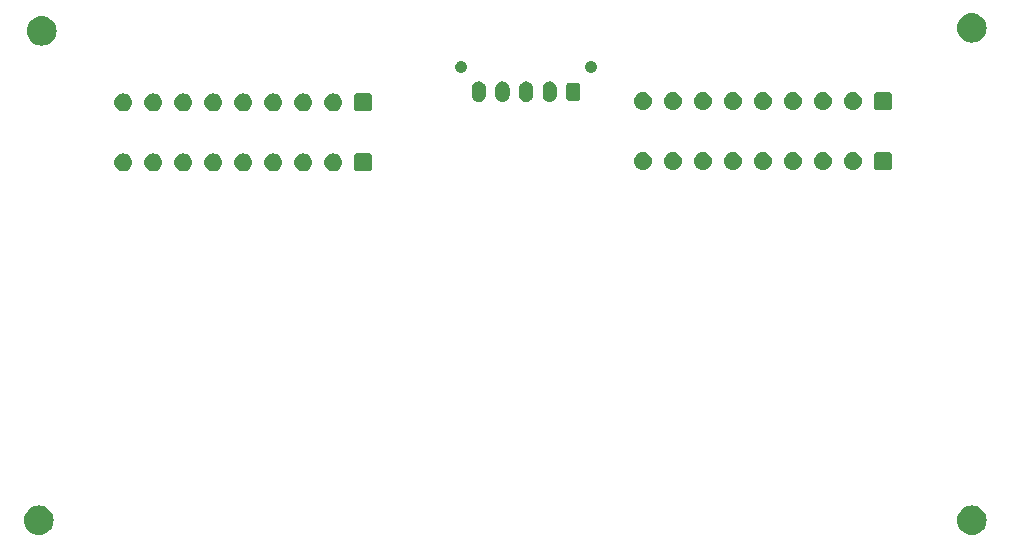
<source format=gbs>
G04 #@! TF.GenerationSoftware,KiCad,Pcbnew,8.0.8*
G04 #@! TF.CreationDate,2025-01-20T22:51:14+09:00*
G04 #@! TF.ProjectId,house_controller_multiplex_breakout_board_v0.1.0,686f7573-655f-4636-9f6e-74726f6c6c65,rev?*
G04 #@! TF.SameCoordinates,Original*
G04 #@! TF.FileFunction,Soldermask,Bot*
G04 #@! TF.FilePolarity,Negative*
%FSLAX46Y46*%
G04 Gerber Fmt 4.6, Leading zero omitted, Abs format (unit mm)*
G04 Created by KiCad (PCBNEW 8.0.8) date 2025-01-20 22:51:14*
%MOMM*%
%LPD*%
G01*
G04 APERTURE LIST*
G04 APERTURE END LIST*
G36*
X65217060Y-101447670D02*
G01*
X65427525Y-101504064D01*
X65625000Y-101596148D01*
X65803485Y-101721124D01*
X65957556Y-101875195D01*
X66082532Y-102053680D01*
X66174616Y-102251155D01*
X66231010Y-102461620D01*
X66250000Y-102678680D01*
X66231010Y-102895740D01*
X66174616Y-103106205D01*
X66082532Y-103303680D01*
X65957556Y-103482165D01*
X65803485Y-103636236D01*
X65625000Y-103761212D01*
X65427525Y-103853296D01*
X65217060Y-103909690D01*
X65000000Y-103928680D01*
X64782940Y-103909690D01*
X64572475Y-103853296D01*
X64375000Y-103761212D01*
X64196515Y-103636236D01*
X64042444Y-103482165D01*
X63917468Y-103303680D01*
X63825384Y-103106205D01*
X63768990Y-102895740D01*
X63750000Y-102678680D01*
X63768990Y-102461620D01*
X63825384Y-102251155D01*
X63917468Y-102053680D01*
X64042444Y-101875195D01*
X64196515Y-101721124D01*
X64375000Y-101596148D01*
X64572475Y-101504064D01*
X64782940Y-101447670D01*
X65000000Y-101428680D01*
X65217060Y-101447670D01*
G37*
G36*
X144217060Y-101447670D02*
G01*
X144427525Y-101504064D01*
X144625000Y-101596148D01*
X144803485Y-101721124D01*
X144957556Y-101875195D01*
X145082532Y-102053680D01*
X145174616Y-102251155D01*
X145231010Y-102461620D01*
X145250000Y-102678680D01*
X145231010Y-102895740D01*
X145174616Y-103106205D01*
X145082532Y-103303680D01*
X144957556Y-103482165D01*
X144803485Y-103636236D01*
X144625000Y-103761212D01*
X144427525Y-103853296D01*
X144217060Y-103909690D01*
X144000000Y-103928680D01*
X143782940Y-103909690D01*
X143572475Y-103853296D01*
X143375000Y-103761212D01*
X143196515Y-103636236D01*
X143042444Y-103482165D01*
X142917468Y-103303680D01*
X142825384Y-103106205D01*
X142768990Y-102895740D01*
X142750000Y-102678680D01*
X142768990Y-102461620D01*
X142825384Y-102251155D01*
X142917468Y-102053680D01*
X143042444Y-101875195D01*
X143196515Y-101721124D01*
X143375000Y-101596148D01*
X143572475Y-101504064D01*
X143782940Y-101447670D01*
X144000000Y-101428680D01*
X144217060Y-101447670D01*
G37*
G36*
X72309561Y-71644605D02*
G01*
X72470619Y-71700962D01*
X72615099Y-71791744D01*
X72735756Y-71912401D01*
X72826538Y-72056881D01*
X72882895Y-72217939D01*
X72902000Y-72387500D01*
X72882895Y-72557061D01*
X72826538Y-72718119D01*
X72735756Y-72862599D01*
X72615099Y-72983256D01*
X72470619Y-73074038D01*
X72309561Y-73130395D01*
X72140000Y-73149500D01*
X71970439Y-73130395D01*
X71809381Y-73074038D01*
X71664901Y-72983256D01*
X71544244Y-72862599D01*
X71453462Y-72718119D01*
X71397105Y-72557061D01*
X71378000Y-72387500D01*
X71397105Y-72217939D01*
X71453462Y-72056881D01*
X71544244Y-71912401D01*
X71664901Y-71791744D01*
X71809381Y-71700962D01*
X71970439Y-71644605D01*
X72140000Y-71625500D01*
X72309561Y-71644605D01*
G37*
G36*
X74849561Y-71644605D02*
G01*
X75010619Y-71700962D01*
X75155099Y-71791744D01*
X75275756Y-71912401D01*
X75366538Y-72056881D01*
X75422895Y-72217939D01*
X75442000Y-72387500D01*
X75422895Y-72557061D01*
X75366538Y-72718119D01*
X75275756Y-72862599D01*
X75155099Y-72983256D01*
X75010619Y-73074038D01*
X74849561Y-73130395D01*
X74680000Y-73149500D01*
X74510439Y-73130395D01*
X74349381Y-73074038D01*
X74204901Y-72983256D01*
X74084244Y-72862599D01*
X73993462Y-72718119D01*
X73937105Y-72557061D01*
X73918000Y-72387500D01*
X73937105Y-72217939D01*
X73993462Y-72056881D01*
X74084244Y-71912401D01*
X74204901Y-71791744D01*
X74349381Y-71700962D01*
X74510439Y-71644605D01*
X74680000Y-71625500D01*
X74849561Y-71644605D01*
G37*
G36*
X77389561Y-71644605D02*
G01*
X77550619Y-71700962D01*
X77695099Y-71791744D01*
X77815756Y-71912401D01*
X77906538Y-72056881D01*
X77962895Y-72217939D01*
X77982000Y-72387500D01*
X77962895Y-72557061D01*
X77906538Y-72718119D01*
X77815756Y-72862599D01*
X77695099Y-72983256D01*
X77550619Y-73074038D01*
X77389561Y-73130395D01*
X77220000Y-73149500D01*
X77050439Y-73130395D01*
X76889381Y-73074038D01*
X76744901Y-72983256D01*
X76624244Y-72862599D01*
X76533462Y-72718119D01*
X76477105Y-72557061D01*
X76458000Y-72387500D01*
X76477105Y-72217939D01*
X76533462Y-72056881D01*
X76624244Y-71912401D01*
X76744901Y-71791744D01*
X76889381Y-71700962D01*
X77050439Y-71644605D01*
X77220000Y-71625500D01*
X77389561Y-71644605D01*
G37*
G36*
X79929561Y-71644605D02*
G01*
X80090619Y-71700962D01*
X80235099Y-71791744D01*
X80355756Y-71912401D01*
X80446538Y-72056881D01*
X80502895Y-72217939D01*
X80522000Y-72387500D01*
X80502895Y-72557061D01*
X80446538Y-72718119D01*
X80355756Y-72862599D01*
X80235099Y-72983256D01*
X80090619Y-73074038D01*
X79929561Y-73130395D01*
X79760000Y-73149500D01*
X79590439Y-73130395D01*
X79429381Y-73074038D01*
X79284901Y-72983256D01*
X79164244Y-72862599D01*
X79073462Y-72718119D01*
X79017105Y-72557061D01*
X78998000Y-72387500D01*
X79017105Y-72217939D01*
X79073462Y-72056881D01*
X79164244Y-71912401D01*
X79284901Y-71791744D01*
X79429381Y-71700962D01*
X79590439Y-71644605D01*
X79760000Y-71625500D01*
X79929561Y-71644605D01*
G37*
G36*
X82469561Y-71644605D02*
G01*
X82630619Y-71700962D01*
X82775099Y-71791744D01*
X82895756Y-71912401D01*
X82986538Y-72056881D01*
X83042895Y-72217939D01*
X83062000Y-72387500D01*
X83042895Y-72557061D01*
X82986538Y-72718119D01*
X82895756Y-72862599D01*
X82775099Y-72983256D01*
X82630619Y-73074038D01*
X82469561Y-73130395D01*
X82300000Y-73149500D01*
X82130439Y-73130395D01*
X81969381Y-73074038D01*
X81824901Y-72983256D01*
X81704244Y-72862599D01*
X81613462Y-72718119D01*
X81557105Y-72557061D01*
X81538000Y-72387500D01*
X81557105Y-72217939D01*
X81613462Y-72056881D01*
X81704244Y-71912401D01*
X81824901Y-71791744D01*
X81969381Y-71700962D01*
X82130439Y-71644605D01*
X82300000Y-71625500D01*
X82469561Y-71644605D01*
G37*
G36*
X85009561Y-71644605D02*
G01*
X85170619Y-71700962D01*
X85315099Y-71791744D01*
X85435756Y-71912401D01*
X85526538Y-72056881D01*
X85582895Y-72217939D01*
X85602000Y-72387500D01*
X85582895Y-72557061D01*
X85526538Y-72718119D01*
X85435756Y-72862599D01*
X85315099Y-72983256D01*
X85170619Y-73074038D01*
X85009561Y-73130395D01*
X84840000Y-73149500D01*
X84670439Y-73130395D01*
X84509381Y-73074038D01*
X84364901Y-72983256D01*
X84244244Y-72862599D01*
X84153462Y-72718119D01*
X84097105Y-72557061D01*
X84078000Y-72387500D01*
X84097105Y-72217939D01*
X84153462Y-72056881D01*
X84244244Y-71912401D01*
X84364901Y-71791744D01*
X84509381Y-71700962D01*
X84670439Y-71644605D01*
X84840000Y-71625500D01*
X85009561Y-71644605D01*
G37*
G36*
X87549561Y-71644605D02*
G01*
X87710619Y-71700962D01*
X87855099Y-71791744D01*
X87975756Y-71912401D01*
X88066538Y-72056881D01*
X88122895Y-72217939D01*
X88142000Y-72387500D01*
X88122895Y-72557061D01*
X88066538Y-72718119D01*
X87975756Y-72862599D01*
X87855099Y-72983256D01*
X87710619Y-73074038D01*
X87549561Y-73130395D01*
X87380000Y-73149500D01*
X87210439Y-73130395D01*
X87049381Y-73074038D01*
X86904901Y-72983256D01*
X86784244Y-72862599D01*
X86693462Y-72718119D01*
X86637105Y-72557061D01*
X86618000Y-72387500D01*
X86637105Y-72217939D01*
X86693462Y-72056881D01*
X86784244Y-71912401D01*
X86904901Y-71791744D01*
X87049381Y-71700962D01*
X87210439Y-71644605D01*
X87380000Y-71625500D01*
X87549561Y-71644605D01*
G37*
G36*
X90089561Y-71644605D02*
G01*
X90250619Y-71700962D01*
X90395099Y-71791744D01*
X90515756Y-71912401D01*
X90606538Y-72056881D01*
X90662895Y-72217939D01*
X90682000Y-72387500D01*
X90662895Y-72557061D01*
X90606538Y-72718119D01*
X90515756Y-72862599D01*
X90395099Y-72983256D01*
X90250619Y-73074038D01*
X90089561Y-73130395D01*
X89920000Y-73149500D01*
X89750439Y-73130395D01*
X89589381Y-73074038D01*
X89444901Y-72983256D01*
X89324244Y-72862599D01*
X89233462Y-72718119D01*
X89177105Y-72557061D01*
X89158000Y-72387500D01*
X89177105Y-72217939D01*
X89233462Y-72056881D01*
X89324244Y-71912401D01*
X89444901Y-71791744D01*
X89589381Y-71700962D01*
X89750439Y-71644605D01*
X89920000Y-71625500D01*
X90089561Y-71644605D01*
G37*
G36*
X92976850Y-71626464D02*
G01*
X93027040Y-71632287D01*
X93044189Y-71639859D01*
X93067671Y-71644530D01*
X93092810Y-71661327D01*
X93112696Y-71670108D01*
X93126277Y-71683689D01*
X93148777Y-71698723D01*
X93163810Y-71721222D01*
X93177391Y-71734803D01*
X93186170Y-71754686D01*
X93202970Y-71779829D01*
X93207641Y-71803312D01*
X93215212Y-71820459D01*
X93221033Y-71870639D01*
X93222000Y-71875500D01*
X93222000Y-72899500D01*
X93221032Y-72904363D01*
X93215212Y-72954540D01*
X93207641Y-72971685D01*
X93202970Y-72995171D01*
X93186169Y-73020315D01*
X93177391Y-73040196D01*
X93163812Y-73053774D01*
X93148777Y-73076277D01*
X93126274Y-73091312D01*
X93112696Y-73104891D01*
X93092815Y-73113669D01*
X93067671Y-73130470D01*
X93044185Y-73135141D01*
X93027040Y-73142712D01*
X92976861Y-73148532D01*
X92972000Y-73149500D01*
X91948000Y-73149500D01*
X91943138Y-73148532D01*
X91892959Y-73142712D01*
X91875812Y-73135141D01*
X91852329Y-73130470D01*
X91827186Y-73113670D01*
X91807303Y-73104891D01*
X91793722Y-73091310D01*
X91771223Y-73076277D01*
X91756189Y-73053777D01*
X91742608Y-73040196D01*
X91733827Y-73020310D01*
X91717030Y-72995171D01*
X91712359Y-72971689D01*
X91704787Y-72954540D01*
X91698964Y-72904349D01*
X91698000Y-72899500D01*
X91698000Y-71875500D01*
X91698964Y-71870650D01*
X91704787Y-71820459D01*
X91712359Y-71803308D01*
X91717030Y-71779829D01*
X91733826Y-71754691D01*
X91742608Y-71734803D01*
X91756191Y-71721219D01*
X91771223Y-71698723D01*
X91793719Y-71683691D01*
X91807303Y-71670108D01*
X91827191Y-71661326D01*
X91852329Y-71644530D01*
X91875808Y-71639859D01*
X91892959Y-71632287D01*
X91943151Y-71626464D01*
X91948000Y-71625500D01*
X92972000Y-71625500D01*
X92976850Y-71626464D01*
G37*
G36*
X116309561Y-71544605D02*
G01*
X116470619Y-71600962D01*
X116615099Y-71691744D01*
X116735756Y-71812401D01*
X116826538Y-71956881D01*
X116882895Y-72117939D01*
X116902000Y-72287500D01*
X116882895Y-72457061D01*
X116826538Y-72618119D01*
X116735756Y-72762599D01*
X116615099Y-72883256D01*
X116470619Y-72974038D01*
X116309561Y-73030395D01*
X116140000Y-73049500D01*
X115970439Y-73030395D01*
X115809381Y-72974038D01*
X115664901Y-72883256D01*
X115544244Y-72762599D01*
X115453462Y-72618119D01*
X115397105Y-72457061D01*
X115378000Y-72287500D01*
X115397105Y-72117939D01*
X115453462Y-71956881D01*
X115544244Y-71812401D01*
X115664901Y-71691744D01*
X115809381Y-71600962D01*
X115970439Y-71544605D01*
X116140000Y-71525500D01*
X116309561Y-71544605D01*
G37*
G36*
X118849561Y-71544605D02*
G01*
X119010619Y-71600962D01*
X119155099Y-71691744D01*
X119275756Y-71812401D01*
X119366538Y-71956881D01*
X119422895Y-72117939D01*
X119442000Y-72287500D01*
X119422895Y-72457061D01*
X119366538Y-72618119D01*
X119275756Y-72762599D01*
X119155099Y-72883256D01*
X119010619Y-72974038D01*
X118849561Y-73030395D01*
X118680000Y-73049500D01*
X118510439Y-73030395D01*
X118349381Y-72974038D01*
X118204901Y-72883256D01*
X118084244Y-72762599D01*
X117993462Y-72618119D01*
X117937105Y-72457061D01*
X117918000Y-72287500D01*
X117937105Y-72117939D01*
X117993462Y-71956881D01*
X118084244Y-71812401D01*
X118204901Y-71691744D01*
X118349381Y-71600962D01*
X118510439Y-71544605D01*
X118680000Y-71525500D01*
X118849561Y-71544605D01*
G37*
G36*
X121389561Y-71544605D02*
G01*
X121550619Y-71600962D01*
X121695099Y-71691744D01*
X121815756Y-71812401D01*
X121906538Y-71956881D01*
X121962895Y-72117939D01*
X121982000Y-72287500D01*
X121962895Y-72457061D01*
X121906538Y-72618119D01*
X121815756Y-72762599D01*
X121695099Y-72883256D01*
X121550619Y-72974038D01*
X121389561Y-73030395D01*
X121220000Y-73049500D01*
X121050439Y-73030395D01*
X120889381Y-72974038D01*
X120744901Y-72883256D01*
X120624244Y-72762599D01*
X120533462Y-72618119D01*
X120477105Y-72457061D01*
X120458000Y-72287500D01*
X120477105Y-72117939D01*
X120533462Y-71956881D01*
X120624244Y-71812401D01*
X120744901Y-71691744D01*
X120889381Y-71600962D01*
X121050439Y-71544605D01*
X121220000Y-71525500D01*
X121389561Y-71544605D01*
G37*
G36*
X123929561Y-71544605D02*
G01*
X124090619Y-71600962D01*
X124235099Y-71691744D01*
X124355756Y-71812401D01*
X124446538Y-71956881D01*
X124502895Y-72117939D01*
X124522000Y-72287500D01*
X124502895Y-72457061D01*
X124446538Y-72618119D01*
X124355756Y-72762599D01*
X124235099Y-72883256D01*
X124090619Y-72974038D01*
X123929561Y-73030395D01*
X123760000Y-73049500D01*
X123590439Y-73030395D01*
X123429381Y-72974038D01*
X123284901Y-72883256D01*
X123164244Y-72762599D01*
X123073462Y-72618119D01*
X123017105Y-72457061D01*
X122998000Y-72287500D01*
X123017105Y-72117939D01*
X123073462Y-71956881D01*
X123164244Y-71812401D01*
X123284901Y-71691744D01*
X123429381Y-71600962D01*
X123590439Y-71544605D01*
X123760000Y-71525500D01*
X123929561Y-71544605D01*
G37*
G36*
X126469561Y-71544605D02*
G01*
X126630619Y-71600962D01*
X126775099Y-71691744D01*
X126895756Y-71812401D01*
X126986538Y-71956881D01*
X127042895Y-72117939D01*
X127062000Y-72287500D01*
X127042895Y-72457061D01*
X126986538Y-72618119D01*
X126895756Y-72762599D01*
X126775099Y-72883256D01*
X126630619Y-72974038D01*
X126469561Y-73030395D01*
X126300000Y-73049500D01*
X126130439Y-73030395D01*
X125969381Y-72974038D01*
X125824901Y-72883256D01*
X125704244Y-72762599D01*
X125613462Y-72618119D01*
X125557105Y-72457061D01*
X125538000Y-72287500D01*
X125557105Y-72117939D01*
X125613462Y-71956881D01*
X125704244Y-71812401D01*
X125824901Y-71691744D01*
X125969381Y-71600962D01*
X126130439Y-71544605D01*
X126300000Y-71525500D01*
X126469561Y-71544605D01*
G37*
G36*
X129009561Y-71544605D02*
G01*
X129170619Y-71600962D01*
X129315099Y-71691744D01*
X129435756Y-71812401D01*
X129526538Y-71956881D01*
X129582895Y-72117939D01*
X129602000Y-72287500D01*
X129582895Y-72457061D01*
X129526538Y-72618119D01*
X129435756Y-72762599D01*
X129315099Y-72883256D01*
X129170619Y-72974038D01*
X129009561Y-73030395D01*
X128840000Y-73049500D01*
X128670439Y-73030395D01*
X128509381Y-72974038D01*
X128364901Y-72883256D01*
X128244244Y-72762599D01*
X128153462Y-72618119D01*
X128097105Y-72457061D01*
X128078000Y-72287500D01*
X128097105Y-72117939D01*
X128153462Y-71956881D01*
X128244244Y-71812401D01*
X128364901Y-71691744D01*
X128509381Y-71600962D01*
X128670439Y-71544605D01*
X128840000Y-71525500D01*
X129009561Y-71544605D01*
G37*
G36*
X131549561Y-71544605D02*
G01*
X131710619Y-71600962D01*
X131855099Y-71691744D01*
X131975756Y-71812401D01*
X132066538Y-71956881D01*
X132122895Y-72117939D01*
X132142000Y-72287500D01*
X132122895Y-72457061D01*
X132066538Y-72618119D01*
X131975756Y-72762599D01*
X131855099Y-72883256D01*
X131710619Y-72974038D01*
X131549561Y-73030395D01*
X131380000Y-73049500D01*
X131210439Y-73030395D01*
X131049381Y-72974038D01*
X130904901Y-72883256D01*
X130784244Y-72762599D01*
X130693462Y-72618119D01*
X130637105Y-72457061D01*
X130618000Y-72287500D01*
X130637105Y-72117939D01*
X130693462Y-71956881D01*
X130784244Y-71812401D01*
X130904901Y-71691744D01*
X131049381Y-71600962D01*
X131210439Y-71544605D01*
X131380000Y-71525500D01*
X131549561Y-71544605D01*
G37*
G36*
X134089561Y-71544605D02*
G01*
X134250619Y-71600962D01*
X134395099Y-71691744D01*
X134515756Y-71812401D01*
X134606538Y-71956881D01*
X134662895Y-72117939D01*
X134682000Y-72287500D01*
X134662895Y-72457061D01*
X134606538Y-72618119D01*
X134515756Y-72762599D01*
X134395099Y-72883256D01*
X134250619Y-72974038D01*
X134089561Y-73030395D01*
X133920000Y-73049500D01*
X133750439Y-73030395D01*
X133589381Y-72974038D01*
X133444901Y-72883256D01*
X133324244Y-72762599D01*
X133233462Y-72618119D01*
X133177105Y-72457061D01*
X133158000Y-72287500D01*
X133177105Y-72117939D01*
X133233462Y-71956881D01*
X133324244Y-71812401D01*
X133444901Y-71691744D01*
X133589381Y-71600962D01*
X133750439Y-71544605D01*
X133920000Y-71525500D01*
X134089561Y-71544605D01*
G37*
G36*
X136976850Y-71526464D02*
G01*
X137027040Y-71532287D01*
X137044189Y-71539859D01*
X137067671Y-71544530D01*
X137092810Y-71561327D01*
X137112696Y-71570108D01*
X137126277Y-71583689D01*
X137148777Y-71598723D01*
X137163810Y-71621222D01*
X137177391Y-71634803D01*
X137186170Y-71654686D01*
X137202970Y-71679829D01*
X137207641Y-71703312D01*
X137215212Y-71720459D01*
X137221033Y-71770639D01*
X137222000Y-71775500D01*
X137222000Y-72799500D01*
X137221032Y-72804363D01*
X137215212Y-72854540D01*
X137207641Y-72871685D01*
X137202970Y-72895171D01*
X137186169Y-72920315D01*
X137177391Y-72940196D01*
X137163812Y-72953774D01*
X137148777Y-72976277D01*
X137126274Y-72991312D01*
X137112696Y-73004891D01*
X137092815Y-73013669D01*
X137067671Y-73030470D01*
X137044185Y-73035141D01*
X137027040Y-73042712D01*
X136976861Y-73048532D01*
X136972000Y-73049500D01*
X135948000Y-73049500D01*
X135943138Y-73048532D01*
X135892959Y-73042712D01*
X135875812Y-73035141D01*
X135852329Y-73030470D01*
X135827186Y-73013670D01*
X135807303Y-73004891D01*
X135793722Y-72991310D01*
X135771223Y-72976277D01*
X135756189Y-72953777D01*
X135742608Y-72940196D01*
X135733827Y-72920310D01*
X135717030Y-72895171D01*
X135712359Y-72871689D01*
X135704787Y-72854540D01*
X135698964Y-72804349D01*
X135698000Y-72799500D01*
X135698000Y-71775500D01*
X135698964Y-71770650D01*
X135704787Y-71720459D01*
X135712359Y-71703308D01*
X135717030Y-71679829D01*
X135733826Y-71654691D01*
X135742608Y-71634803D01*
X135756191Y-71621219D01*
X135771223Y-71598723D01*
X135793719Y-71583691D01*
X135807303Y-71570108D01*
X135827191Y-71561326D01*
X135852329Y-71544530D01*
X135875808Y-71539859D01*
X135892959Y-71532287D01*
X135943151Y-71526464D01*
X135948000Y-71525500D01*
X136972000Y-71525500D01*
X136976850Y-71526464D01*
G37*
G36*
X72309561Y-66564605D02*
G01*
X72470619Y-66620962D01*
X72615099Y-66711744D01*
X72735756Y-66832401D01*
X72826538Y-66976881D01*
X72882895Y-67137939D01*
X72902000Y-67307500D01*
X72882895Y-67477061D01*
X72826538Y-67638119D01*
X72735756Y-67782599D01*
X72615099Y-67903256D01*
X72470619Y-67994038D01*
X72309561Y-68050395D01*
X72140000Y-68069500D01*
X71970439Y-68050395D01*
X71809381Y-67994038D01*
X71664901Y-67903256D01*
X71544244Y-67782599D01*
X71453462Y-67638119D01*
X71397105Y-67477061D01*
X71378000Y-67307500D01*
X71397105Y-67137939D01*
X71453462Y-66976881D01*
X71544244Y-66832401D01*
X71664901Y-66711744D01*
X71809381Y-66620962D01*
X71970439Y-66564605D01*
X72140000Y-66545500D01*
X72309561Y-66564605D01*
G37*
G36*
X74849561Y-66564605D02*
G01*
X75010619Y-66620962D01*
X75155099Y-66711744D01*
X75275756Y-66832401D01*
X75366538Y-66976881D01*
X75422895Y-67137939D01*
X75442000Y-67307500D01*
X75422895Y-67477061D01*
X75366538Y-67638119D01*
X75275756Y-67782599D01*
X75155099Y-67903256D01*
X75010619Y-67994038D01*
X74849561Y-68050395D01*
X74680000Y-68069500D01*
X74510439Y-68050395D01*
X74349381Y-67994038D01*
X74204901Y-67903256D01*
X74084244Y-67782599D01*
X73993462Y-67638119D01*
X73937105Y-67477061D01*
X73918000Y-67307500D01*
X73937105Y-67137939D01*
X73993462Y-66976881D01*
X74084244Y-66832401D01*
X74204901Y-66711744D01*
X74349381Y-66620962D01*
X74510439Y-66564605D01*
X74680000Y-66545500D01*
X74849561Y-66564605D01*
G37*
G36*
X77389561Y-66564605D02*
G01*
X77550619Y-66620962D01*
X77695099Y-66711744D01*
X77815756Y-66832401D01*
X77906538Y-66976881D01*
X77962895Y-67137939D01*
X77982000Y-67307500D01*
X77962895Y-67477061D01*
X77906538Y-67638119D01*
X77815756Y-67782599D01*
X77695099Y-67903256D01*
X77550619Y-67994038D01*
X77389561Y-68050395D01*
X77220000Y-68069500D01*
X77050439Y-68050395D01*
X76889381Y-67994038D01*
X76744901Y-67903256D01*
X76624244Y-67782599D01*
X76533462Y-67638119D01*
X76477105Y-67477061D01*
X76458000Y-67307500D01*
X76477105Y-67137939D01*
X76533462Y-66976881D01*
X76624244Y-66832401D01*
X76744901Y-66711744D01*
X76889381Y-66620962D01*
X77050439Y-66564605D01*
X77220000Y-66545500D01*
X77389561Y-66564605D01*
G37*
G36*
X79929561Y-66564605D02*
G01*
X80090619Y-66620962D01*
X80235099Y-66711744D01*
X80355756Y-66832401D01*
X80446538Y-66976881D01*
X80502895Y-67137939D01*
X80522000Y-67307500D01*
X80502895Y-67477061D01*
X80446538Y-67638119D01*
X80355756Y-67782599D01*
X80235099Y-67903256D01*
X80090619Y-67994038D01*
X79929561Y-68050395D01*
X79760000Y-68069500D01*
X79590439Y-68050395D01*
X79429381Y-67994038D01*
X79284901Y-67903256D01*
X79164244Y-67782599D01*
X79073462Y-67638119D01*
X79017105Y-67477061D01*
X78998000Y-67307500D01*
X79017105Y-67137939D01*
X79073462Y-66976881D01*
X79164244Y-66832401D01*
X79284901Y-66711744D01*
X79429381Y-66620962D01*
X79590439Y-66564605D01*
X79760000Y-66545500D01*
X79929561Y-66564605D01*
G37*
G36*
X82469561Y-66564605D02*
G01*
X82630619Y-66620962D01*
X82775099Y-66711744D01*
X82895756Y-66832401D01*
X82986538Y-66976881D01*
X83042895Y-67137939D01*
X83062000Y-67307500D01*
X83042895Y-67477061D01*
X82986538Y-67638119D01*
X82895756Y-67782599D01*
X82775099Y-67903256D01*
X82630619Y-67994038D01*
X82469561Y-68050395D01*
X82300000Y-68069500D01*
X82130439Y-68050395D01*
X81969381Y-67994038D01*
X81824901Y-67903256D01*
X81704244Y-67782599D01*
X81613462Y-67638119D01*
X81557105Y-67477061D01*
X81538000Y-67307500D01*
X81557105Y-67137939D01*
X81613462Y-66976881D01*
X81704244Y-66832401D01*
X81824901Y-66711744D01*
X81969381Y-66620962D01*
X82130439Y-66564605D01*
X82300000Y-66545500D01*
X82469561Y-66564605D01*
G37*
G36*
X85009561Y-66564605D02*
G01*
X85170619Y-66620962D01*
X85315099Y-66711744D01*
X85435756Y-66832401D01*
X85526538Y-66976881D01*
X85582895Y-67137939D01*
X85602000Y-67307500D01*
X85582895Y-67477061D01*
X85526538Y-67638119D01*
X85435756Y-67782599D01*
X85315099Y-67903256D01*
X85170619Y-67994038D01*
X85009561Y-68050395D01*
X84840000Y-68069500D01*
X84670439Y-68050395D01*
X84509381Y-67994038D01*
X84364901Y-67903256D01*
X84244244Y-67782599D01*
X84153462Y-67638119D01*
X84097105Y-67477061D01*
X84078000Y-67307500D01*
X84097105Y-67137939D01*
X84153462Y-66976881D01*
X84244244Y-66832401D01*
X84364901Y-66711744D01*
X84509381Y-66620962D01*
X84670439Y-66564605D01*
X84840000Y-66545500D01*
X85009561Y-66564605D01*
G37*
G36*
X87549561Y-66564605D02*
G01*
X87710619Y-66620962D01*
X87855099Y-66711744D01*
X87975756Y-66832401D01*
X88066538Y-66976881D01*
X88122895Y-67137939D01*
X88142000Y-67307500D01*
X88122895Y-67477061D01*
X88066538Y-67638119D01*
X87975756Y-67782599D01*
X87855099Y-67903256D01*
X87710619Y-67994038D01*
X87549561Y-68050395D01*
X87380000Y-68069500D01*
X87210439Y-68050395D01*
X87049381Y-67994038D01*
X86904901Y-67903256D01*
X86784244Y-67782599D01*
X86693462Y-67638119D01*
X86637105Y-67477061D01*
X86618000Y-67307500D01*
X86637105Y-67137939D01*
X86693462Y-66976881D01*
X86784244Y-66832401D01*
X86904901Y-66711744D01*
X87049381Y-66620962D01*
X87210439Y-66564605D01*
X87380000Y-66545500D01*
X87549561Y-66564605D01*
G37*
G36*
X90089561Y-66564605D02*
G01*
X90250619Y-66620962D01*
X90395099Y-66711744D01*
X90515756Y-66832401D01*
X90606538Y-66976881D01*
X90662895Y-67137939D01*
X90682000Y-67307500D01*
X90662895Y-67477061D01*
X90606538Y-67638119D01*
X90515756Y-67782599D01*
X90395099Y-67903256D01*
X90250619Y-67994038D01*
X90089561Y-68050395D01*
X89920000Y-68069500D01*
X89750439Y-68050395D01*
X89589381Y-67994038D01*
X89444901Y-67903256D01*
X89324244Y-67782599D01*
X89233462Y-67638119D01*
X89177105Y-67477061D01*
X89158000Y-67307500D01*
X89177105Y-67137939D01*
X89233462Y-66976881D01*
X89324244Y-66832401D01*
X89444901Y-66711744D01*
X89589381Y-66620962D01*
X89750439Y-66564605D01*
X89920000Y-66545500D01*
X90089561Y-66564605D01*
G37*
G36*
X92976850Y-66546464D02*
G01*
X93027040Y-66552287D01*
X93044189Y-66559859D01*
X93067671Y-66564530D01*
X93092810Y-66581327D01*
X93112696Y-66590108D01*
X93126277Y-66603689D01*
X93148777Y-66618723D01*
X93163810Y-66641222D01*
X93177391Y-66654803D01*
X93186170Y-66674686D01*
X93202970Y-66699829D01*
X93207641Y-66723312D01*
X93215212Y-66740459D01*
X93221033Y-66790639D01*
X93222000Y-66795500D01*
X93222000Y-67819500D01*
X93221032Y-67824363D01*
X93215212Y-67874540D01*
X93207641Y-67891685D01*
X93202970Y-67915171D01*
X93186169Y-67940315D01*
X93177391Y-67960196D01*
X93163812Y-67973774D01*
X93148777Y-67996277D01*
X93126274Y-68011312D01*
X93112696Y-68024891D01*
X93092815Y-68033669D01*
X93067671Y-68050470D01*
X93044185Y-68055141D01*
X93027040Y-68062712D01*
X92976861Y-68068532D01*
X92972000Y-68069500D01*
X91948000Y-68069500D01*
X91943138Y-68068532D01*
X91892959Y-68062712D01*
X91875812Y-68055141D01*
X91852329Y-68050470D01*
X91827186Y-68033670D01*
X91807303Y-68024891D01*
X91793722Y-68011310D01*
X91771223Y-67996277D01*
X91756189Y-67973777D01*
X91742608Y-67960196D01*
X91733827Y-67940310D01*
X91717030Y-67915171D01*
X91712359Y-67891689D01*
X91704787Y-67874540D01*
X91698964Y-67824349D01*
X91698000Y-67819500D01*
X91698000Y-66795500D01*
X91698964Y-66790650D01*
X91704787Y-66740459D01*
X91712359Y-66723308D01*
X91717030Y-66699829D01*
X91733826Y-66674691D01*
X91742608Y-66654803D01*
X91756191Y-66641219D01*
X91771223Y-66618723D01*
X91793719Y-66603691D01*
X91807303Y-66590108D01*
X91827191Y-66581326D01*
X91852329Y-66564530D01*
X91875808Y-66559859D01*
X91892959Y-66552287D01*
X91943151Y-66546464D01*
X91948000Y-66545500D01*
X92972000Y-66545500D01*
X92976850Y-66546464D01*
G37*
G36*
X116309561Y-66464605D02*
G01*
X116470619Y-66520962D01*
X116615099Y-66611744D01*
X116735756Y-66732401D01*
X116826538Y-66876881D01*
X116882895Y-67037939D01*
X116902000Y-67207500D01*
X116882895Y-67377061D01*
X116826538Y-67538119D01*
X116735756Y-67682599D01*
X116615099Y-67803256D01*
X116470619Y-67894038D01*
X116309561Y-67950395D01*
X116140000Y-67969500D01*
X115970439Y-67950395D01*
X115809381Y-67894038D01*
X115664901Y-67803256D01*
X115544244Y-67682599D01*
X115453462Y-67538119D01*
X115397105Y-67377061D01*
X115378000Y-67207500D01*
X115397105Y-67037939D01*
X115453462Y-66876881D01*
X115544244Y-66732401D01*
X115664901Y-66611744D01*
X115809381Y-66520962D01*
X115970439Y-66464605D01*
X116140000Y-66445500D01*
X116309561Y-66464605D01*
G37*
G36*
X118849561Y-66464605D02*
G01*
X119010619Y-66520962D01*
X119155099Y-66611744D01*
X119275756Y-66732401D01*
X119366538Y-66876881D01*
X119422895Y-67037939D01*
X119442000Y-67207500D01*
X119422895Y-67377061D01*
X119366538Y-67538119D01*
X119275756Y-67682599D01*
X119155099Y-67803256D01*
X119010619Y-67894038D01*
X118849561Y-67950395D01*
X118680000Y-67969500D01*
X118510439Y-67950395D01*
X118349381Y-67894038D01*
X118204901Y-67803256D01*
X118084244Y-67682599D01*
X117993462Y-67538119D01*
X117937105Y-67377061D01*
X117918000Y-67207500D01*
X117937105Y-67037939D01*
X117993462Y-66876881D01*
X118084244Y-66732401D01*
X118204901Y-66611744D01*
X118349381Y-66520962D01*
X118510439Y-66464605D01*
X118680000Y-66445500D01*
X118849561Y-66464605D01*
G37*
G36*
X121389561Y-66464605D02*
G01*
X121550619Y-66520962D01*
X121695099Y-66611744D01*
X121815756Y-66732401D01*
X121906538Y-66876881D01*
X121962895Y-67037939D01*
X121982000Y-67207500D01*
X121962895Y-67377061D01*
X121906538Y-67538119D01*
X121815756Y-67682599D01*
X121695099Y-67803256D01*
X121550619Y-67894038D01*
X121389561Y-67950395D01*
X121220000Y-67969500D01*
X121050439Y-67950395D01*
X120889381Y-67894038D01*
X120744901Y-67803256D01*
X120624244Y-67682599D01*
X120533462Y-67538119D01*
X120477105Y-67377061D01*
X120458000Y-67207500D01*
X120477105Y-67037939D01*
X120533462Y-66876881D01*
X120624244Y-66732401D01*
X120744901Y-66611744D01*
X120889381Y-66520962D01*
X121050439Y-66464605D01*
X121220000Y-66445500D01*
X121389561Y-66464605D01*
G37*
G36*
X123929561Y-66464605D02*
G01*
X124090619Y-66520962D01*
X124235099Y-66611744D01*
X124355756Y-66732401D01*
X124446538Y-66876881D01*
X124502895Y-67037939D01*
X124522000Y-67207500D01*
X124502895Y-67377061D01*
X124446538Y-67538119D01*
X124355756Y-67682599D01*
X124235099Y-67803256D01*
X124090619Y-67894038D01*
X123929561Y-67950395D01*
X123760000Y-67969500D01*
X123590439Y-67950395D01*
X123429381Y-67894038D01*
X123284901Y-67803256D01*
X123164244Y-67682599D01*
X123073462Y-67538119D01*
X123017105Y-67377061D01*
X122998000Y-67207500D01*
X123017105Y-67037939D01*
X123073462Y-66876881D01*
X123164244Y-66732401D01*
X123284901Y-66611744D01*
X123429381Y-66520962D01*
X123590439Y-66464605D01*
X123760000Y-66445500D01*
X123929561Y-66464605D01*
G37*
G36*
X126469561Y-66464605D02*
G01*
X126630619Y-66520962D01*
X126775099Y-66611744D01*
X126895756Y-66732401D01*
X126986538Y-66876881D01*
X127042895Y-67037939D01*
X127062000Y-67207500D01*
X127042895Y-67377061D01*
X126986538Y-67538119D01*
X126895756Y-67682599D01*
X126775099Y-67803256D01*
X126630619Y-67894038D01*
X126469561Y-67950395D01*
X126300000Y-67969500D01*
X126130439Y-67950395D01*
X125969381Y-67894038D01*
X125824901Y-67803256D01*
X125704244Y-67682599D01*
X125613462Y-67538119D01*
X125557105Y-67377061D01*
X125538000Y-67207500D01*
X125557105Y-67037939D01*
X125613462Y-66876881D01*
X125704244Y-66732401D01*
X125824901Y-66611744D01*
X125969381Y-66520962D01*
X126130439Y-66464605D01*
X126300000Y-66445500D01*
X126469561Y-66464605D01*
G37*
G36*
X129009561Y-66464605D02*
G01*
X129170619Y-66520962D01*
X129315099Y-66611744D01*
X129435756Y-66732401D01*
X129526538Y-66876881D01*
X129582895Y-67037939D01*
X129602000Y-67207500D01*
X129582895Y-67377061D01*
X129526538Y-67538119D01*
X129435756Y-67682599D01*
X129315099Y-67803256D01*
X129170619Y-67894038D01*
X129009561Y-67950395D01*
X128840000Y-67969500D01*
X128670439Y-67950395D01*
X128509381Y-67894038D01*
X128364901Y-67803256D01*
X128244244Y-67682599D01*
X128153462Y-67538119D01*
X128097105Y-67377061D01*
X128078000Y-67207500D01*
X128097105Y-67037939D01*
X128153462Y-66876881D01*
X128244244Y-66732401D01*
X128364901Y-66611744D01*
X128509381Y-66520962D01*
X128670439Y-66464605D01*
X128840000Y-66445500D01*
X129009561Y-66464605D01*
G37*
G36*
X131549561Y-66464605D02*
G01*
X131710619Y-66520962D01*
X131855099Y-66611744D01*
X131975756Y-66732401D01*
X132066538Y-66876881D01*
X132122895Y-67037939D01*
X132142000Y-67207500D01*
X132122895Y-67377061D01*
X132066538Y-67538119D01*
X131975756Y-67682599D01*
X131855099Y-67803256D01*
X131710619Y-67894038D01*
X131549561Y-67950395D01*
X131380000Y-67969500D01*
X131210439Y-67950395D01*
X131049381Y-67894038D01*
X130904901Y-67803256D01*
X130784244Y-67682599D01*
X130693462Y-67538119D01*
X130637105Y-67377061D01*
X130618000Y-67207500D01*
X130637105Y-67037939D01*
X130693462Y-66876881D01*
X130784244Y-66732401D01*
X130904901Y-66611744D01*
X131049381Y-66520962D01*
X131210439Y-66464605D01*
X131380000Y-66445500D01*
X131549561Y-66464605D01*
G37*
G36*
X134089561Y-66464605D02*
G01*
X134250619Y-66520962D01*
X134395099Y-66611744D01*
X134515756Y-66732401D01*
X134606538Y-66876881D01*
X134662895Y-67037939D01*
X134682000Y-67207500D01*
X134662895Y-67377061D01*
X134606538Y-67538119D01*
X134515756Y-67682599D01*
X134395099Y-67803256D01*
X134250619Y-67894038D01*
X134089561Y-67950395D01*
X133920000Y-67969500D01*
X133750439Y-67950395D01*
X133589381Y-67894038D01*
X133444901Y-67803256D01*
X133324244Y-67682599D01*
X133233462Y-67538119D01*
X133177105Y-67377061D01*
X133158000Y-67207500D01*
X133177105Y-67037939D01*
X133233462Y-66876881D01*
X133324244Y-66732401D01*
X133444901Y-66611744D01*
X133589381Y-66520962D01*
X133750439Y-66464605D01*
X133920000Y-66445500D01*
X134089561Y-66464605D01*
G37*
G36*
X136976850Y-66446464D02*
G01*
X137027040Y-66452287D01*
X137044189Y-66459859D01*
X137067671Y-66464530D01*
X137092810Y-66481327D01*
X137112696Y-66490108D01*
X137126277Y-66503689D01*
X137148777Y-66518723D01*
X137163810Y-66541222D01*
X137177391Y-66554803D01*
X137186170Y-66574686D01*
X137202970Y-66599829D01*
X137207641Y-66623312D01*
X137215212Y-66640459D01*
X137221033Y-66690639D01*
X137222000Y-66695500D01*
X137222000Y-67719500D01*
X137221032Y-67724363D01*
X137215212Y-67774540D01*
X137207641Y-67791685D01*
X137202970Y-67815171D01*
X137186169Y-67840315D01*
X137177391Y-67860196D01*
X137163812Y-67873774D01*
X137148777Y-67896277D01*
X137126274Y-67911312D01*
X137112696Y-67924891D01*
X137092815Y-67933669D01*
X137067671Y-67950470D01*
X137044185Y-67955141D01*
X137027040Y-67962712D01*
X136976861Y-67968532D01*
X136972000Y-67969500D01*
X135948000Y-67969500D01*
X135943138Y-67968532D01*
X135892959Y-67962712D01*
X135875812Y-67955141D01*
X135852329Y-67950470D01*
X135827186Y-67933670D01*
X135807303Y-67924891D01*
X135793722Y-67911310D01*
X135771223Y-67896277D01*
X135756189Y-67873777D01*
X135742608Y-67860196D01*
X135733827Y-67840310D01*
X135717030Y-67815171D01*
X135712359Y-67791689D01*
X135704787Y-67774540D01*
X135698964Y-67724349D01*
X135698000Y-67719500D01*
X135698000Y-66695500D01*
X135698964Y-66690650D01*
X135704787Y-66640459D01*
X135712359Y-66623308D01*
X135717030Y-66599829D01*
X135733826Y-66574691D01*
X135742608Y-66554803D01*
X135756191Y-66541219D01*
X135771223Y-66518723D01*
X135793719Y-66503691D01*
X135807303Y-66490108D01*
X135827191Y-66481326D01*
X135852329Y-66464530D01*
X135875808Y-66459859D01*
X135892959Y-66452287D01*
X135943151Y-66446464D01*
X135948000Y-66445500D01*
X136972000Y-66445500D01*
X136976850Y-66446464D01*
G37*
G36*
X102318612Y-65530133D02*
G01*
X102328316Y-65530133D01*
X102356272Y-65537623D01*
X102424084Y-65551112D01*
X102456091Y-65564370D01*
X102479610Y-65570672D01*
X102500698Y-65582847D01*
X102532702Y-65596104D01*
X102590184Y-65634512D01*
X102615257Y-65648988D01*
X102622119Y-65655850D01*
X102630449Y-65661416D01*
X102713583Y-65744550D01*
X102719148Y-65752879D01*
X102726012Y-65759743D01*
X102740489Y-65784818D01*
X102778895Y-65842297D01*
X102792150Y-65874298D01*
X102804328Y-65895390D01*
X102810630Y-65918912D01*
X102823887Y-65950915D01*
X102837374Y-66018722D01*
X102844867Y-66046684D01*
X102845815Y-66061157D01*
X102847111Y-66067670D01*
X102849710Y-66120577D01*
X102850000Y-66125000D01*
X102850000Y-66675000D01*
X102849709Y-66679425D01*
X102847111Y-66732329D01*
X102845815Y-66738840D01*
X102844867Y-66753316D01*
X102837373Y-66781280D01*
X102823887Y-66849084D01*
X102810631Y-66881084D01*
X102804328Y-66904610D01*
X102792149Y-66925704D01*
X102778895Y-66957702D01*
X102740493Y-67015173D01*
X102726012Y-67040257D01*
X102719146Y-67047122D01*
X102713583Y-67055449D01*
X102630449Y-67138583D01*
X102622122Y-67144146D01*
X102615257Y-67151012D01*
X102590173Y-67165493D01*
X102532702Y-67203895D01*
X102500704Y-67217149D01*
X102479610Y-67229328D01*
X102456084Y-67235631D01*
X102424084Y-67248887D01*
X102356278Y-67262374D01*
X102328316Y-67269867D01*
X102318611Y-67269867D01*
X102308783Y-67271822D01*
X102191217Y-67271822D01*
X102181389Y-67269867D01*
X102171684Y-67269867D01*
X102143722Y-67262374D01*
X102075915Y-67248887D01*
X102043912Y-67235630D01*
X102020390Y-67229328D01*
X101999298Y-67217150D01*
X101967297Y-67203895D01*
X101909818Y-67165489D01*
X101884743Y-67151012D01*
X101877879Y-67144148D01*
X101869550Y-67138583D01*
X101786416Y-67055449D01*
X101780850Y-67047119D01*
X101773988Y-67040257D01*
X101759512Y-67015184D01*
X101721104Y-66957702D01*
X101707847Y-66925698D01*
X101695672Y-66904610D01*
X101689370Y-66881091D01*
X101676112Y-66849084D01*
X101662622Y-66781266D01*
X101655133Y-66753316D01*
X101654184Y-66738848D01*
X101652888Y-66732329D01*
X101650289Y-66679419D01*
X101650000Y-66675000D01*
X101650000Y-66125000D01*
X101650289Y-66120583D01*
X101652888Y-66067670D01*
X101654184Y-66061150D01*
X101655133Y-66046684D01*
X101662621Y-66018736D01*
X101676112Y-65950915D01*
X101689371Y-65918905D01*
X101695672Y-65895390D01*
X101707845Y-65874304D01*
X101721104Y-65842297D01*
X101759516Y-65784807D01*
X101773988Y-65759743D01*
X101780848Y-65752882D01*
X101786416Y-65744550D01*
X101869550Y-65661416D01*
X101877882Y-65655848D01*
X101884743Y-65648988D01*
X101909807Y-65634516D01*
X101967297Y-65596104D01*
X101999304Y-65582845D01*
X102020390Y-65570672D01*
X102043905Y-65564371D01*
X102075915Y-65551112D01*
X102143728Y-65537623D01*
X102171684Y-65530133D01*
X102181388Y-65530133D01*
X102191217Y-65528178D01*
X102308783Y-65528178D01*
X102318612Y-65530133D01*
G37*
G36*
X104318612Y-65530133D02*
G01*
X104328316Y-65530133D01*
X104356272Y-65537623D01*
X104424084Y-65551112D01*
X104456091Y-65564370D01*
X104479610Y-65570672D01*
X104500698Y-65582847D01*
X104532702Y-65596104D01*
X104590184Y-65634512D01*
X104615257Y-65648988D01*
X104622119Y-65655850D01*
X104630449Y-65661416D01*
X104713583Y-65744550D01*
X104719148Y-65752879D01*
X104726012Y-65759743D01*
X104740489Y-65784818D01*
X104778895Y-65842297D01*
X104792150Y-65874298D01*
X104804328Y-65895390D01*
X104810630Y-65918912D01*
X104823887Y-65950915D01*
X104837374Y-66018722D01*
X104844867Y-66046684D01*
X104845815Y-66061157D01*
X104847111Y-66067670D01*
X104849710Y-66120577D01*
X104850000Y-66125000D01*
X104850000Y-66675000D01*
X104849709Y-66679425D01*
X104847111Y-66732329D01*
X104845815Y-66738840D01*
X104844867Y-66753316D01*
X104837373Y-66781280D01*
X104823887Y-66849084D01*
X104810631Y-66881084D01*
X104804328Y-66904610D01*
X104792149Y-66925704D01*
X104778895Y-66957702D01*
X104740493Y-67015173D01*
X104726012Y-67040257D01*
X104719146Y-67047122D01*
X104713583Y-67055449D01*
X104630449Y-67138583D01*
X104622122Y-67144146D01*
X104615257Y-67151012D01*
X104590173Y-67165493D01*
X104532702Y-67203895D01*
X104500704Y-67217149D01*
X104479610Y-67229328D01*
X104456084Y-67235631D01*
X104424084Y-67248887D01*
X104356278Y-67262374D01*
X104328316Y-67269867D01*
X104318611Y-67269867D01*
X104308783Y-67271822D01*
X104191217Y-67271822D01*
X104181389Y-67269867D01*
X104171684Y-67269867D01*
X104143722Y-67262374D01*
X104075915Y-67248887D01*
X104043912Y-67235630D01*
X104020390Y-67229328D01*
X103999298Y-67217150D01*
X103967297Y-67203895D01*
X103909818Y-67165489D01*
X103884743Y-67151012D01*
X103877879Y-67144148D01*
X103869550Y-67138583D01*
X103786416Y-67055449D01*
X103780850Y-67047119D01*
X103773988Y-67040257D01*
X103759512Y-67015184D01*
X103721104Y-66957702D01*
X103707847Y-66925698D01*
X103695672Y-66904610D01*
X103689370Y-66881091D01*
X103676112Y-66849084D01*
X103662622Y-66781266D01*
X103655133Y-66753316D01*
X103654184Y-66738848D01*
X103652888Y-66732329D01*
X103650289Y-66679419D01*
X103650000Y-66675000D01*
X103650000Y-66125000D01*
X103650289Y-66120583D01*
X103652888Y-66067670D01*
X103654184Y-66061150D01*
X103655133Y-66046684D01*
X103662621Y-66018736D01*
X103676112Y-65950915D01*
X103689371Y-65918905D01*
X103695672Y-65895390D01*
X103707845Y-65874304D01*
X103721104Y-65842297D01*
X103759516Y-65784807D01*
X103773988Y-65759743D01*
X103780848Y-65752882D01*
X103786416Y-65744550D01*
X103869550Y-65661416D01*
X103877882Y-65655848D01*
X103884743Y-65648988D01*
X103909807Y-65634516D01*
X103967297Y-65596104D01*
X103999304Y-65582845D01*
X104020390Y-65570672D01*
X104043905Y-65564371D01*
X104075915Y-65551112D01*
X104143728Y-65537623D01*
X104171684Y-65530133D01*
X104181388Y-65530133D01*
X104191217Y-65528178D01*
X104308783Y-65528178D01*
X104318612Y-65530133D01*
G37*
G36*
X106318612Y-65530133D02*
G01*
X106328316Y-65530133D01*
X106356272Y-65537623D01*
X106424084Y-65551112D01*
X106456091Y-65564370D01*
X106479610Y-65570672D01*
X106500698Y-65582847D01*
X106532702Y-65596104D01*
X106590184Y-65634512D01*
X106615257Y-65648988D01*
X106622119Y-65655850D01*
X106630449Y-65661416D01*
X106713583Y-65744550D01*
X106719148Y-65752879D01*
X106726012Y-65759743D01*
X106740489Y-65784818D01*
X106778895Y-65842297D01*
X106792150Y-65874298D01*
X106804328Y-65895390D01*
X106810630Y-65918912D01*
X106823887Y-65950915D01*
X106837374Y-66018722D01*
X106844867Y-66046684D01*
X106845815Y-66061157D01*
X106847111Y-66067670D01*
X106849710Y-66120577D01*
X106850000Y-66125000D01*
X106850000Y-66675000D01*
X106849709Y-66679425D01*
X106847111Y-66732329D01*
X106845815Y-66738840D01*
X106844867Y-66753316D01*
X106837373Y-66781280D01*
X106823887Y-66849084D01*
X106810631Y-66881084D01*
X106804328Y-66904610D01*
X106792149Y-66925704D01*
X106778895Y-66957702D01*
X106740493Y-67015173D01*
X106726012Y-67040257D01*
X106719146Y-67047122D01*
X106713583Y-67055449D01*
X106630449Y-67138583D01*
X106622122Y-67144146D01*
X106615257Y-67151012D01*
X106590173Y-67165493D01*
X106532702Y-67203895D01*
X106500704Y-67217149D01*
X106479610Y-67229328D01*
X106456084Y-67235631D01*
X106424084Y-67248887D01*
X106356278Y-67262374D01*
X106328316Y-67269867D01*
X106318611Y-67269867D01*
X106308783Y-67271822D01*
X106191217Y-67271822D01*
X106181389Y-67269867D01*
X106171684Y-67269867D01*
X106143722Y-67262374D01*
X106075915Y-67248887D01*
X106043912Y-67235630D01*
X106020390Y-67229328D01*
X105999298Y-67217150D01*
X105967297Y-67203895D01*
X105909818Y-67165489D01*
X105884743Y-67151012D01*
X105877879Y-67144148D01*
X105869550Y-67138583D01*
X105786416Y-67055449D01*
X105780850Y-67047119D01*
X105773988Y-67040257D01*
X105759512Y-67015184D01*
X105721104Y-66957702D01*
X105707847Y-66925698D01*
X105695672Y-66904610D01*
X105689370Y-66881091D01*
X105676112Y-66849084D01*
X105662622Y-66781266D01*
X105655133Y-66753316D01*
X105654184Y-66738848D01*
X105652888Y-66732329D01*
X105650289Y-66679419D01*
X105650000Y-66675000D01*
X105650000Y-66125000D01*
X105650289Y-66120583D01*
X105652888Y-66067670D01*
X105654184Y-66061150D01*
X105655133Y-66046684D01*
X105662621Y-66018736D01*
X105676112Y-65950915D01*
X105689371Y-65918905D01*
X105695672Y-65895390D01*
X105707845Y-65874304D01*
X105721104Y-65842297D01*
X105759516Y-65784807D01*
X105773988Y-65759743D01*
X105780848Y-65752882D01*
X105786416Y-65744550D01*
X105869550Y-65661416D01*
X105877882Y-65655848D01*
X105884743Y-65648988D01*
X105909807Y-65634516D01*
X105967297Y-65596104D01*
X105999304Y-65582845D01*
X106020390Y-65570672D01*
X106043905Y-65564371D01*
X106075915Y-65551112D01*
X106143728Y-65537623D01*
X106171684Y-65530133D01*
X106181388Y-65530133D01*
X106191217Y-65528178D01*
X106308783Y-65528178D01*
X106318612Y-65530133D01*
G37*
G36*
X108318612Y-65530133D02*
G01*
X108328316Y-65530133D01*
X108356272Y-65537623D01*
X108424084Y-65551112D01*
X108456091Y-65564370D01*
X108479610Y-65570672D01*
X108500698Y-65582847D01*
X108532702Y-65596104D01*
X108590184Y-65634512D01*
X108615257Y-65648988D01*
X108622119Y-65655850D01*
X108630449Y-65661416D01*
X108713583Y-65744550D01*
X108719148Y-65752879D01*
X108726012Y-65759743D01*
X108740489Y-65784818D01*
X108778895Y-65842297D01*
X108792150Y-65874298D01*
X108804328Y-65895390D01*
X108810630Y-65918912D01*
X108823887Y-65950915D01*
X108837374Y-66018722D01*
X108844867Y-66046684D01*
X108845815Y-66061157D01*
X108847111Y-66067670D01*
X108849710Y-66120577D01*
X108850000Y-66125000D01*
X108850000Y-66675000D01*
X108849709Y-66679425D01*
X108847111Y-66732329D01*
X108845815Y-66738840D01*
X108844867Y-66753316D01*
X108837373Y-66781280D01*
X108823887Y-66849084D01*
X108810631Y-66881084D01*
X108804328Y-66904610D01*
X108792149Y-66925704D01*
X108778895Y-66957702D01*
X108740493Y-67015173D01*
X108726012Y-67040257D01*
X108719146Y-67047122D01*
X108713583Y-67055449D01*
X108630449Y-67138583D01*
X108622122Y-67144146D01*
X108615257Y-67151012D01*
X108590173Y-67165493D01*
X108532702Y-67203895D01*
X108500704Y-67217149D01*
X108479610Y-67229328D01*
X108456084Y-67235631D01*
X108424084Y-67248887D01*
X108356278Y-67262374D01*
X108328316Y-67269867D01*
X108318611Y-67269867D01*
X108308783Y-67271822D01*
X108191217Y-67271822D01*
X108181389Y-67269867D01*
X108171684Y-67269867D01*
X108143722Y-67262374D01*
X108075915Y-67248887D01*
X108043912Y-67235630D01*
X108020390Y-67229328D01*
X107999298Y-67217150D01*
X107967297Y-67203895D01*
X107909818Y-67165489D01*
X107884743Y-67151012D01*
X107877879Y-67144148D01*
X107869550Y-67138583D01*
X107786416Y-67055449D01*
X107780850Y-67047119D01*
X107773988Y-67040257D01*
X107759512Y-67015184D01*
X107721104Y-66957702D01*
X107707847Y-66925698D01*
X107695672Y-66904610D01*
X107689370Y-66881091D01*
X107676112Y-66849084D01*
X107662622Y-66781266D01*
X107655133Y-66753316D01*
X107654184Y-66738848D01*
X107652888Y-66732329D01*
X107650289Y-66679419D01*
X107650000Y-66675000D01*
X107650000Y-66125000D01*
X107650289Y-66120583D01*
X107652888Y-66067670D01*
X107654184Y-66061150D01*
X107655133Y-66046684D01*
X107662621Y-66018736D01*
X107676112Y-65950915D01*
X107689371Y-65918905D01*
X107695672Y-65895390D01*
X107707845Y-65874304D01*
X107721104Y-65842297D01*
X107759516Y-65784807D01*
X107773988Y-65759743D01*
X107780848Y-65752882D01*
X107786416Y-65744550D01*
X107869550Y-65661416D01*
X107877882Y-65655848D01*
X107884743Y-65648988D01*
X107909807Y-65634516D01*
X107967297Y-65596104D01*
X107999304Y-65582845D01*
X108020390Y-65570672D01*
X108043905Y-65564371D01*
X108075915Y-65551112D01*
X108143728Y-65537623D01*
X108171684Y-65530133D01*
X108181388Y-65530133D01*
X108191217Y-65528178D01*
X108308783Y-65528178D01*
X108318612Y-65530133D01*
G37*
G36*
X110604850Y-65638964D02*
G01*
X110655040Y-65644787D01*
X110672189Y-65652359D01*
X110695671Y-65657030D01*
X110720810Y-65673827D01*
X110740696Y-65682608D01*
X110754277Y-65696189D01*
X110776777Y-65711223D01*
X110791810Y-65733722D01*
X110805391Y-65747303D01*
X110814170Y-65767186D01*
X110830970Y-65792329D01*
X110835641Y-65815812D01*
X110843212Y-65832959D01*
X110849033Y-65883139D01*
X110850000Y-65888000D01*
X110850000Y-66912000D01*
X110849032Y-66916863D01*
X110843212Y-66967040D01*
X110835641Y-66984185D01*
X110830970Y-67007671D01*
X110814169Y-67032815D01*
X110805391Y-67052696D01*
X110791812Y-67066274D01*
X110776777Y-67088777D01*
X110754274Y-67103812D01*
X110740696Y-67117391D01*
X110720815Y-67126169D01*
X110695671Y-67142970D01*
X110672185Y-67147641D01*
X110655040Y-67155212D01*
X110604861Y-67161032D01*
X110600000Y-67162000D01*
X109900000Y-67162000D01*
X109895138Y-67161032D01*
X109844959Y-67155212D01*
X109827812Y-67147641D01*
X109804329Y-67142970D01*
X109779186Y-67126170D01*
X109759303Y-67117391D01*
X109745722Y-67103810D01*
X109723223Y-67088777D01*
X109708189Y-67066277D01*
X109694608Y-67052696D01*
X109685827Y-67032810D01*
X109669030Y-67007671D01*
X109664359Y-66984189D01*
X109656787Y-66967040D01*
X109650964Y-66916849D01*
X109650000Y-66912000D01*
X109650000Y-65888000D01*
X109650964Y-65883150D01*
X109656787Y-65832959D01*
X109664359Y-65815808D01*
X109669030Y-65792329D01*
X109685826Y-65767191D01*
X109694608Y-65747303D01*
X109708191Y-65733719D01*
X109723223Y-65711223D01*
X109745719Y-65696191D01*
X109759303Y-65682608D01*
X109779191Y-65673826D01*
X109804329Y-65657030D01*
X109827808Y-65652359D01*
X109844959Y-65644787D01*
X109895151Y-65638964D01*
X109900000Y-65638000D01*
X110600000Y-65638000D01*
X110604850Y-65638964D01*
G37*
G36*
X100784719Y-63805089D02*
G01*
X100821157Y-63805089D01*
X100850775Y-63813785D01*
X100879276Y-63817538D01*
X100917559Y-63833395D01*
X100957708Y-63845184D01*
X100978898Y-63858802D01*
X100999742Y-63867436D01*
X101037938Y-63896745D01*
X101077430Y-63922125D01*
X101090160Y-63936816D01*
X101103184Y-63946810D01*
X101136949Y-63990813D01*
X101170627Y-64029680D01*
X101176293Y-64042088D01*
X101182563Y-64050259D01*
X101207317Y-64110021D01*
X101229746Y-64159134D01*
X101230854Y-64166846D01*
X101232461Y-64170724D01*
X101243845Y-64257198D01*
X101250000Y-64300000D01*
X101243845Y-64342801D01*
X101232461Y-64429276D01*
X101230854Y-64433153D01*
X101229746Y-64440866D01*
X101207319Y-64489973D01*
X101182563Y-64549742D01*
X101176292Y-64557913D01*
X101170627Y-64570320D01*
X101136955Y-64609178D01*
X101103187Y-64653187D01*
X101090162Y-64663181D01*
X101077430Y-64677875D01*
X101037931Y-64703259D01*
X100999742Y-64732563D01*
X100978903Y-64741194D01*
X100957708Y-64754816D01*
X100917551Y-64766607D01*
X100879276Y-64782461D01*
X100850781Y-64786212D01*
X100821157Y-64794911D01*
X100784712Y-64794911D01*
X100750000Y-64799481D01*
X100715288Y-64794911D01*
X100678843Y-64794911D01*
X100649219Y-64786212D01*
X100620723Y-64782461D01*
X100582445Y-64766606D01*
X100542292Y-64754816D01*
X100521098Y-64741195D01*
X100500257Y-64732563D01*
X100462062Y-64703255D01*
X100422570Y-64677875D01*
X100409839Y-64663183D01*
X100396812Y-64653187D01*
X100363035Y-64609168D01*
X100329373Y-64570320D01*
X100323708Y-64557916D01*
X100317436Y-64549742D01*
X100292669Y-64489950D01*
X100270254Y-64440866D01*
X100269145Y-64433157D01*
X100267538Y-64429276D01*
X100256142Y-64342719D01*
X100250000Y-64300000D01*
X100256142Y-64257280D01*
X100267538Y-64170724D01*
X100269145Y-64166842D01*
X100270254Y-64159134D01*
X100292671Y-64110044D01*
X100317436Y-64050259D01*
X100323707Y-64042085D01*
X100329373Y-64029680D01*
X100363043Y-63990822D01*
X100396813Y-63946813D01*
X100409837Y-63936818D01*
X100422570Y-63922125D01*
X100462067Y-63896741D01*
X100500259Y-63867436D01*
X100521099Y-63858803D01*
X100542292Y-63845184D01*
X100582441Y-63833395D01*
X100620724Y-63817538D01*
X100649224Y-63813785D01*
X100678843Y-63805089D01*
X100715281Y-63805089D01*
X100750000Y-63800518D01*
X100784719Y-63805089D01*
G37*
G36*
X111784719Y-63805089D02*
G01*
X111821157Y-63805089D01*
X111850775Y-63813785D01*
X111879276Y-63817538D01*
X111917559Y-63833395D01*
X111957708Y-63845184D01*
X111978898Y-63858802D01*
X111999742Y-63867436D01*
X112037938Y-63896745D01*
X112077430Y-63922125D01*
X112090160Y-63936816D01*
X112103184Y-63946810D01*
X112136949Y-63990813D01*
X112170627Y-64029680D01*
X112176293Y-64042088D01*
X112182563Y-64050259D01*
X112207317Y-64110021D01*
X112229746Y-64159134D01*
X112230854Y-64166846D01*
X112232461Y-64170724D01*
X112243845Y-64257198D01*
X112250000Y-64300000D01*
X112243845Y-64342801D01*
X112232461Y-64429276D01*
X112230854Y-64433153D01*
X112229746Y-64440866D01*
X112207319Y-64489973D01*
X112182563Y-64549742D01*
X112176292Y-64557913D01*
X112170627Y-64570320D01*
X112136955Y-64609178D01*
X112103187Y-64653187D01*
X112090162Y-64663181D01*
X112077430Y-64677875D01*
X112037931Y-64703259D01*
X111999742Y-64732563D01*
X111978903Y-64741194D01*
X111957708Y-64754816D01*
X111917551Y-64766607D01*
X111879276Y-64782461D01*
X111850781Y-64786212D01*
X111821157Y-64794911D01*
X111784712Y-64794911D01*
X111750000Y-64799481D01*
X111715288Y-64794911D01*
X111678843Y-64794911D01*
X111649219Y-64786212D01*
X111620723Y-64782461D01*
X111582445Y-64766606D01*
X111542292Y-64754816D01*
X111521098Y-64741195D01*
X111500257Y-64732563D01*
X111462062Y-64703255D01*
X111422570Y-64677875D01*
X111409839Y-64663183D01*
X111396812Y-64653187D01*
X111363035Y-64609168D01*
X111329373Y-64570320D01*
X111323708Y-64557916D01*
X111317436Y-64549742D01*
X111292669Y-64489950D01*
X111270254Y-64440866D01*
X111269145Y-64433157D01*
X111267538Y-64429276D01*
X111256142Y-64342719D01*
X111250000Y-64300000D01*
X111256142Y-64257280D01*
X111267538Y-64170724D01*
X111269145Y-64166842D01*
X111270254Y-64159134D01*
X111292671Y-64110044D01*
X111317436Y-64050259D01*
X111323707Y-64042085D01*
X111329373Y-64029680D01*
X111363043Y-63990822D01*
X111396813Y-63946813D01*
X111409837Y-63936818D01*
X111422570Y-63922125D01*
X111462067Y-63896741D01*
X111500259Y-63867436D01*
X111521099Y-63858803D01*
X111542292Y-63845184D01*
X111582441Y-63833395D01*
X111620724Y-63817538D01*
X111649224Y-63813785D01*
X111678843Y-63805089D01*
X111715281Y-63805089D01*
X111750000Y-63800518D01*
X111784719Y-63805089D01*
G37*
G36*
X65467060Y-60018990D02*
G01*
X65677525Y-60075384D01*
X65875000Y-60167468D01*
X66053485Y-60292444D01*
X66207556Y-60446515D01*
X66332532Y-60625000D01*
X66424616Y-60822475D01*
X66481010Y-61032940D01*
X66500000Y-61250000D01*
X66481010Y-61467060D01*
X66424616Y-61677525D01*
X66332532Y-61875000D01*
X66207556Y-62053485D01*
X66053485Y-62207556D01*
X65875000Y-62332532D01*
X65677525Y-62424616D01*
X65467060Y-62481010D01*
X65250000Y-62500000D01*
X65032940Y-62481010D01*
X64822475Y-62424616D01*
X64625000Y-62332532D01*
X64446515Y-62207556D01*
X64292444Y-62053485D01*
X64167468Y-61875000D01*
X64075384Y-61677525D01*
X64018990Y-61467060D01*
X64000000Y-61250000D01*
X64018990Y-61032940D01*
X64075384Y-60822475D01*
X64167468Y-60625000D01*
X64292444Y-60446515D01*
X64446515Y-60292444D01*
X64625000Y-60167468D01*
X64822475Y-60075384D01*
X65032940Y-60018990D01*
X65250000Y-60000000D01*
X65467060Y-60018990D01*
G37*
G36*
X144217060Y-59768990D02*
G01*
X144427525Y-59825384D01*
X144625000Y-59917468D01*
X144803485Y-60042444D01*
X144957556Y-60196515D01*
X145082532Y-60375000D01*
X145174616Y-60572475D01*
X145231010Y-60782940D01*
X145250000Y-61000000D01*
X145231010Y-61217060D01*
X145174616Y-61427525D01*
X145082532Y-61625000D01*
X144957556Y-61803485D01*
X144803485Y-61957556D01*
X144625000Y-62082532D01*
X144427525Y-62174616D01*
X144217060Y-62231010D01*
X144000000Y-62250000D01*
X143782940Y-62231010D01*
X143572475Y-62174616D01*
X143375000Y-62082532D01*
X143196515Y-61957556D01*
X143042444Y-61803485D01*
X142917468Y-61625000D01*
X142825384Y-61427525D01*
X142768990Y-61217060D01*
X142750000Y-61000000D01*
X142768990Y-60782940D01*
X142825384Y-60572475D01*
X142917468Y-60375000D01*
X143042444Y-60196515D01*
X143196515Y-60042444D01*
X143375000Y-59917468D01*
X143572475Y-59825384D01*
X143782940Y-59768990D01*
X144000000Y-59750000D01*
X144217060Y-59768990D01*
G37*
M02*

</source>
